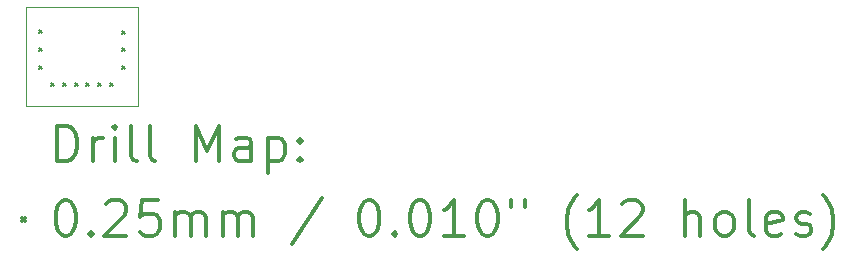
<source format=gbr>
%FSLAX45Y45*%
G04 Gerber Fmt 4.5, Leading zero omitted, Abs format (unit mm)*
G04 Created by KiCad (PCBNEW 4.0.2-stable) date Tuesday, July 12, 2016 'PMt' 04:22:17 PM*
%MOMM*%
G01*
G04 APERTURE LIST*
%ADD10C,0.127000*%
%ADD11C,0.100000*%
%ADD12C,0.200000*%
%ADD13C,0.300000*%
G04 APERTURE END LIST*
D10*
D11*
X15252700Y-11099800D02*
X15252700Y-10261600D01*
X14300200Y-10261600D02*
X14300200Y-11099800D01*
X14300000Y-11099800D02*
X15250000Y-11099800D01*
X14300000Y-10261600D02*
X15250000Y-10261600D01*
D12*
X14414300Y-10456300D02*
X14439700Y-10481700D01*
X14439700Y-10456300D02*
X14414300Y-10481700D01*
X14414300Y-10616300D02*
X14439700Y-10641700D01*
X14439700Y-10616300D02*
X14414300Y-10641700D01*
X14414300Y-10766300D02*
X14439700Y-10791700D01*
X14439700Y-10766300D02*
X14414300Y-10791700D01*
X14514300Y-10906300D02*
X14539700Y-10931700D01*
X14539700Y-10906300D02*
X14514300Y-10931700D01*
X14614300Y-10906300D02*
X14639700Y-10931700D01*
X14639700Y-10906300D02*
X14614300Y-10931700D01*
X14714300Y-10906300D02*
X14739700Y-10931700D01*
X14739700Y-10906300D02*
X14714300Y-10931700D01*
X14814300Y-10906300D02*
X14839700Y-10931700D01*
X14839700Y-10906300D02*
X14814300Y-10931700D01*
X14914300Y-10906300D02*
X14939700Y-10931700D01*
X14939700Y-10906300D02*
X14914300Y-10931700D01*
X15014300Y-10906300D02*
X15039700Y-10931700D01*
X15039700Y-10906300D02*
X15014300Y-10931700D01*
X15114300Y-10466300D02*
X15139700Y-10491700D01*
X15139700Y-10466300D02*
X15114300Y-10491700D01*
X15114300Y-10616300D02*
X15139700Y-10641700D01*
X15139700Y-10616300D02*
X15114300Y-10641700D01*
X15114300Y-10766300D02*
X15139700Y-10791700D01*
X15139700Y-10766300D02*
X15114300Y-10791700D01*
D13*
X14566428Y-11570514D02*
X14566428Y-11270514D01*
X14637857Y-11270514D01*
X14680714Y-11284800D01*
X14709286Y-11313371D01*
X14723571Y-11341943D01*
X14737857Y-11399086D01*
X14737857Y-11441943D01*
X14723571Y-11499086D01*
X14709286Y-11527657D01*
X14680714Y-11556229D01*
X14637857Y-11570514D01*
X14566428Y-11570514D01*
X14866428Y-11570514D02*
X14866428Y-11370514D01*
X14866428Y-11427657D02*
X14880714Y-11399086D01*
X14895000Y-11384800D01*
X14923571Y-11370514D01*
X14952143Y-11370514D01*
X15052143Y-11570514D02*
X15052143Y-11370514D01*
X15052143Y-11270514D02*
X15037857Y-11284800D01*
X15052143Y-11299086D01*
X15066428Y-11284800D01*
X15052143Y-11270514D01*
X15052143Y-11299086D01*
X15237857Y-11570514D02*
X15209286Y-11556229D01*
X15195000Y-11527657D01*
X15195000Y-11270514D01*
X15395000Y-11570514D02*
X15366428Y-11556229D01*
X15352143Y-11527657D01*
X15352143Y-11270514D01*
X15737857Y-11570514D02*
X15737857Y-11270514D01*
X15837857Y-11484800D01*
X15937857Y-11270514D01*
X15937857Y-11570514D01*
X16209286Y-11570514D02*
X16209286Y-11413371D01*
X16195000Y-11384800D01*
X16166428Y-11370514D01*
X16109286Y-11370514D01*
X16080714Y-11384800D01*
X16209286Y-11556229D02*
X16180714Y-11570514D01*
X16109286Y-11570514D01*
X16080714Y-11556229D01*
X16066428Y-11527657D01*
X16066428Y-11499086D01*
X16080714Y-11470514D01*
X16109286Y-11456229D01*
X16180714Y-11456229D01*
X16209286Y-11441943D01*
X16352143Y-11370514D02*
X16352143Y-11670514D01*
X16352143Y-11384800D02*
X16380714Y-11370514D01*
X16437857Y-11370514D01*
X16466428Y-11384800D01*
X16480714Y-11399086D01*
X16495000Y-11427657D01*
X16495000Y-11513371D01*
X16480714Y-11541943D01*
X16466428Y-11556229D01*
X16437857Y-11570514D01*
X16380714Y-11570514D01*
X16352143Y-11556229D01*
X16623571Y-11541943D02*
X16637857Y-11556229D01*
X16623571Y-11570514D01*
X16609286Y-11556229D01*
X16623571Y-11541943D01*
X16623571Y-11570514D01*
X16623571Y-11384800D02*
X16637857Y-11399086D01*
X16623571Y-11413371D01*
X16609286Y-11399086D01*
X16623571Y-11384800D01*
X16623571Y-11413371D01*
X14269600Y-12052100D02*
X14295000Y-12077500D01*
X14295000Y-12052100D02*
X14269600Y-12077500D01*
X14623571Y-11900514D02*
X14652143Y-11900514D01*
X14680714Y-11914800D01*
X14695000Y-11929086D01*
X14709286Y-11957657D01*
X14723571Y-12014800D01*
X14723571Y-12086229D01*
X14709286Y-12143371D01*
X14695000Y-12171943D01*
X14680714Y-12186229D01*
X14652143Y-12200514D01*
X14623571Y-12200514D01*
X14595000Y-12186229D01*
X14580714Y-12171943D01*
X14566428Y-12143371D01*
X14552143Y-12086229D01*
X14552143Y-12014800D01*
X14566428Y-11957657D01*
X14580714Y-11929086D01*
X14595000Y-11914800D01*
X14623571Y-11900514D01*
X14852143Y-12171943D02*
X14866428Y-12186229D01*
X14852143Y-12200514D01*
X14837857Y-12186229D01*
X14852143Y-12171943D01*
X14852143Y-12200514D01*
X14980714Y-11929086D02*
X14995000Y-11914800D01*
X15023571Y-11900514D01*
X15095000Y-11900514D01*
X15123571Y-11914800D01*
X15137857Y-11929086D01*
X15152143Y-11957657D01*
X15152143Y-11986229D01*
X15137857Y-12029086D01*
X14966428Y-12200514D01*
X15152143Y-12200514D01*
X15423571Y-11900514D02*
X15280714Y-11900514D01*
X15266428Y-12043371D01*
X15280714Y-12029086D01*
X15309286Y-12014800D01*
X15380714Y-12014800D01*
X15409286Y-12029086D01*
X15423571Y-12043371D01*
X15437857Y-12071943D01*
X15437857Y-12143371D01*
X15423571Y-12171943D01*
X15409286Y-12186229D01*
X15380714Y-12200514D01*
X15309286Y-12200514D01*
X15280714Y-12186229D01*
X15266428Y-12171943D01*
X15566428Y-12200514D02*
X15566428Y-12000514D01*
X15566428Y-12029086D02*
X15580714Y-12014800D01*
X15609286Y-12000514D01*
X15652143Y-12000514D01*
X15680714Y-12014800D01*
X15695000Y-12043371D01*
X15695000Y-12200514D01*
X15695000Y-12043371D02*
X15709286Y-12014800D01*
X15737857Y-12000514D01*
X15780714Y-12000514D01*
X15809286Y-12014800D01*
X15823571Y-12043371D01*
X15823571Y-12200514D01*
X15966428Y-12200514D02*
X15966428Y-12000514D01*
X15966428Y-12029086D02*
X15980714Y-12014800D01*
X16009286Y-12000514D01*
X16052143Y-12000514D01*
X16080714Y-12014800D01*
X16095000Y-12043371D01*
X16095000Y-12200514D01*
X16095000Y-12043371D02*
X16109286Y-12014800D01*
X16137857Y-12000514D01*
X16180714Y-12000514D01*
X16209286Y-12014800D01*
X16223571Y-12043371D01*
X16223571Y-12200514D01*
X16809286Y-11886229D02*
X16552143Y-12271943D01*
X17195000Y-11900514D02*
X17223571Y-11900514D01*
X17252143Y-11914800D01*
X17266428Y-11929086D01*
X17280714Y-11957657D01*
X17295000Y-12014800D01*
X17295000Y-12086229D01*
X17280714Y-12143371D01*
X17266428Y-12171943D01*
X17252143Y-12186229D01*
X17223571Y-12200514D01*
X17195000Y-12200514D01*
X17166428Y-12186229D01*
X17152143Y-12171943D01*
X17137857Y-12143371D01*
X17123571Y-12086229D01*
X17123571Y-12014800D01*
X17137857Y-11957657D01*
X17152143Y-11929086D01*
X17166428Y-11914800D01*
X17195000Y-11900514D01*
X17423571Y-12171943D02*
X17437857Y-12186229D01*
X17423571Y-12200514D01*
X17409286Y-12186229D01*
X17423571Y-12171943D01*
X17423571Y-12200514D01*
X17623571Y-11900514D02*
X17652143Y-11900514D01*
X17680714Y-11914800D01*
X17695000Y-11929086D01*
X17709286Y-11957657D01*
X17723571Y-12014800D01*
X17723571Y-12086229D01*
X17709286Y-12143371D01*
X17695000Y-12171943D01*
X17680714Y-12186229D01*
X17652143Y-12200514D01*
X17623571Y-12200514D01*
X17595000Y-12186229D01*
X17580714Y-12171943D01*
X17566428Y-12143371D01*
X17552143Y-12086229D01*
X17552143Y-12014800D01*
X17566428Y-11957657D01*
X17580714Y-11929086D01*
X17595000Y-11914800D01*
X17623571Y-11900514D01*
X18009286Y-12200514D02*
X17837857Y-12200514D01*
X17923571Y-12200514D02*
X17923571Y-11900514D01*
X17895000Y-11943371D01*
X17866428Y-11971943D01*
X17837857Y-11986229D01*
X18195000Y-11900514D02*
X18223571Y-11900514D01*
X18252143Y-11914800D01*
X18266428Y-11929086D01*
X18280714Y-11957657D01*
X18295000Y-12014800D01*
X18295000Y-12086229D01*
X18280714Y-12143371D01*
X18266428Y-12171943D01*
X18252143Y-12186229D01*
X18223571Y-12200514D01*
X18195000Y-12200514D01*
X18166428Y-12186229D01*
X18152143Y-12171943D01*
X18137857Y-12143371D01*
X18123571Y-12086229D01*
X18123571Y-12014800D01*
X18137857Y-11957657D01*
X18152143Y-11929086D01*
X18166428Y-11914800D01*
X18195000Y-11900514D01*
X18409286Y-11900514D02*
X18409286Y-11957657D01*
X18523571Y-11900514D02*
X18523571Y-11957657D01*
X18966428Y-12314800D02*
X18952143Y-12300514D01*
X18923571Y-12257657D01*
X18909286Y-12229086D01*
X18895000Y-12186229D01*
X18880714Y-12114800D01*
X18880714Y-12057657D01*
X18895000Y-11986229D01*
X18909286Y-11943371D01*
X18923571Y-11914800D01*
X18952143Y-11871943D01*
X18966428Y-11857657D01*
X19237857Y-12200514D02*
X19066428Y-12200514D01*
X19152143Y-12200514D02*
X19152143Y-11900514D01*
X19123571Y-11943371D01*
X19095000Y-11971943D01*
X19066428Y-11986229D01*
X19352143Y-11929086D02*
X19366428Y-11914800D01*
X19395000Y-11900514D01*
X19466428Y-11900514D01*
X19495000Y-11914800D01*
X19509286Y-11929086D01*
X19523571Y-11957657D01*
X19523571Y-11986229D01*
X19509286Y-12029086D01*
X19337857Y-12200514D01*
X19523571Y-12200514D01*
X19880714Y-12200514D02*
X19880714Y-11900514D01*
X20009286Y-12200514D02*
X20009286Y-12043371D01*
X19995000Y-12014800D01*
X19966428Y-12000514D01*
X19923571Y-12000514D01*
X19895000Y-12014800D01*
X19880714Y-12029086D01*
X20195000Y-12200514D02*
X20166428Y-12186229D01*
X20152143Y-12171943D01*
X20137857Y-12143371D01*
X20137857Y-12057657D01*
X20152143Y-12029086D01*
X20166428Y-12014800D01*
X20195000Y-12000514D01*
X20237857Y-12000514D01*
X20266428Y-12014800D01*
X20280714Y-12029086D01*
X20295000Y-12057657D01*
X20295000Y-12143371D01*
X20280714Y-12171943D01*
X20266428Y-12186229D01*
X20237857Y-12200514D01*
X20195000Y-12200514D01*
X20466428Y-12200514D02*
X20437857Y-12186229D01*
X20423571Y-12157657D01*
X20423571Y-11900514D01*
X20695000Y-12186229D02*
X20666429Y-12200514D01*
X20609286Y-12200514D01*
X20580714Y-12186229D01*
X20566429Y-12157657D01*
X20566429Y-12043371D01*
X20580714Y-12014800D01*
X20609286Y-12000514D01*
X20666429Y-12000514D01*
X20695000Y-12014800D01*
X20709286Y-12043371D01*
X20709286Y-12071943D01*
X20566429Y-12100514D01*
X20823571Y-12186229D02*
X20852143Y-12200514D01*
X20909286Y-12200514D01*
X20937857Y-12186229D01*
X20952143Y-12157657D01*
X20952143Y-12143371D01*
X20937857Y-12114800D01*
X20909286Y-12100514D01*
X20866429Y-12100514D01*
X20837857Y-12086229D01*
X20823571Y-12057657D01*
X20823571Y-12043371D01*
X20837857Y-12014800D01*
X20866429Y-12000514D01*
X20909286Y-12000514D01*
X20937857Y-12014800D01*
X21052143Y-12314800D02*
X21066429Y-12300514D01*
X21095000Y-12257657D01*
X21109286Y-12229086D01*
X21123571Y-12186229D01*
X21137857Y-12114800D01*
X21137857Y-12057657D01*
X21123571Y-11986229D01*
X21109286Y-11943371D01*
X21095000Y-11914800D01*
X21066429Y-11871943D01*
X21052143Y-11857657D01*
M02*

</source>
